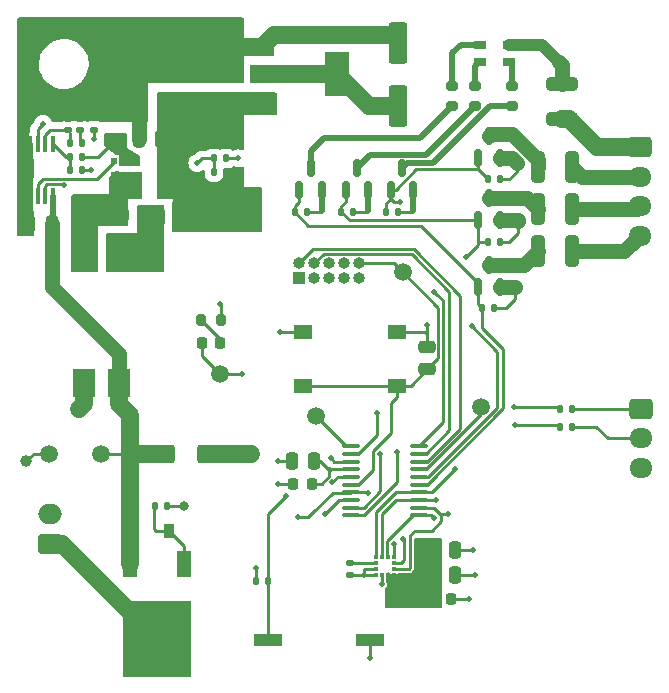
<source format=gtl>
%TF.GenerationSoftware,KiCad,Pcbnew,(6.0.1-0)*%
%TF.CreationDate,2022-04-18T21:10:32-05:00*%
%TF.ProjectId,tackle_sensor_hardware,7461636b-6c65-45f7-9365-6e736f725f68,rev?*%
%TF.SameCoordinates,Original*%
%TF.FileFunction,Copper,L1,Top*%
%TF.FilePolarity,Positive*%
%FSLAX46Y46*%
G04 Gerber Fmt 4.6, Leading zero omitted, Abs format (unit mm)*
G04 Created by KiCad (PCBNEW (6.0.1-0)) date 2022-04-18 21:10:32*
%MOMM*%
%LPD*%
G01*
G04 APERTURE LIST*
G04 Aperture macros list*
%AMRoundRect*
0 Rectangle with rounded corners*
0 $1 Rounding radius*
0 $2 $3 $4 $5 $6 $7 $8 $9 X,Y pos of 4 corners*
0 Add a 4 corners polygon primitive as box body*
4,1,4,$2,$3,$4,$5,$6,$7,$8,$9,$2,$3,0*
0 Add four circle primitives for the rounded corners*
1,1,$1+$1,$2,$3*
1,1,$1+$1,$4,$5*
1,1,$1+$1,$6,$7*
1,1,$1+$1,$8,$9*
0 Add four rect primitives between the rounded corners*
20,1,$1+$1,$2,$3,$4,$5,0*
20,1,$1+$1,$4,$5,$6,$7,0*
20,1,$1+$1,$6,$7,$8,$9,0*
20,1,$1+$1,$8,$9,$2,$3,0*%
G04 Aperture macros list end*
%TA.AperFunction,ComponentPad*%
%ADD10RoundRect,0.250000X-0.725000X0.600000X-0.725000X-0.600000X0.725000X-0.600000X0.725000X0.600000X0*%
%TD*%
%TA.AperFunction,ComponentPad*%
%ADD11O,1.950000X1.700000*%
%TD*%
%TA.AperFunction,SMDPad,CuDef*%
%ADD12RoundRect,0.100000X-0.637500X-0.100000X0.637500X-0.100000X0.637500X0.100000X-0.637500X0.100000X0*%
%TD*%
%TA.AperFunction,ComponentPad*%
%ADD13RoundRect,0.250000X0.750000X-0.600000X0.750000X0.600000X-0.750000X0.600000X-0.750000X-0.600000X0*%
%TD*%
%TA.AperFunction,ComponentPad*%
%ADD14O,2.000000X1.700000*%
%TD*%
%TA.AperFunction,SMDPad,CuDef*%
%ADD15RoundRect,0.200000X-0.200000X-0.275000X0.200000X-0.275000X0.200000X0.275000X-0.200000X0.275000X0*%
%TD*%
%TA.AperFunction,SMDPad,CuDef*%
%ADD16RoundRect,0.135000X-0.135000X-0.185000X0.135000X-0.185000X0.135000X0.185000X-0.135000X0.185000X0*%
%TD*%
%TA.AperFunction,SMDPad,CuDef*%
%ADD17RoundRect,0.150000X0.150000X-0.587500X0.150000X0.587500X-0.150000X0.587500X-0.150000X-0.587500X0*%
%TD*%
%TA.AperFunction,SMDPad,CuDef*%
%ADD18C,1.500000*%
%TD*%
%TA.AperFunction,SMDPad,CuDef*%
%ADD19RoundRect,0.135000X0.135000X0.185000X-0.135000X0.185000X-0.135000X-0.185000X0.135000X-0.185000X0*%
%TD*%
%TA.AperFunction,SMDPad,CuDef*%
%ADD20R,2.440000X1.120000*%
%TD*%
%TA.AperFunction,SMDPad,CuDef*%
%ADD21R,0.450000X1.450000*%
%TD*%
%TA.AperFunction,SMDPad,CuDef*%
%ADD22RoundRect,0.140000X0.170000X-0.140000X0.170000X0.140000X-0.170000X0.140000X-0.170000X-0.140000X0*%
%TD*%
%TA.AperFunction,SMDPad,CuDef*%
%ADD23RoundRect,0.225000X-0.225000X-0.250000X0.225000X-0.250000X0.225000X0.250000X-0.225000X0.250000X0*%
%TD*%
%TA.AperFunction,SMDPad,CuDef*%
%ADD24RoundRect,0.250000X-0.250000X-0.475000X0.250000X-0.475000X0.250000X0.475000X-0.250000X0.475000X0*%
%TD*%
%TA.AperFunction,SMDPad,CuDef*%
%ADD25R,0.500000X0.630000*%
%TD*%
%TA.AperFunction,SMDPad,CuDef*%
%ADD26R,1.230000X0.950000*%
%TD*%
%TA.AperFunction,SMDPad,CuDef*%
%ADD27RoundRect,0.200000X-0.275000X0.200000X-0.275000X-0.200000X0.275000X-0.200000X0.275000X0.200000X0*%
%TD*%
%TA.AperFunction,SMDPad,CuDef*%
%ADD28RoundRect,0.135000X0.185000X-0.135000X0.185000X0.135000X-0.185000X0.135000X-0.185000X-0.135000X0*%
%TD*%
%TA.AperFunction,SMDPad,CuDef*%
%ADD29RoundRect,0.250000X0.250000X0.475000X-0.250000X0.475000X-0.250000X-0.475000X0.250000X-0.475000X0*%
%TD*%
%TA.AperFunction,SMDPad,CuDef*%
%ADD30R,1.550000X1.300000*%
%TD*%
%TA.AperFunction,SMDPad,CuDef*%
%ADD31R,0.350000X0.375000*%
%TD*%
%TA.AperFunction,SMDPad,CuDef*%
%ADD32R,0.375000X0.350000*%
%TD*%
%TA.AperFunction,SMDPad,CuDef*%
%ADD33RoundRect,0.250000X-0.312500X-1.075000X0.312500X-1.075000X0.312500X1.075000X-0.312500X1.075000X0*%
%TD*%
%TA.AperFunction,SMDPad,CuDef*%
%ADD34RoundRect,0.225000X0.225000X0.250000X-0.225000X0.250000X-0.225000X-0.250000X0.225000X-0.250000X0*%
%TD*%
%TA.AperFunction,SMDPad,CuDef*%
%ADD35RoundRect,0.135000X-0.185000X0.135000X-0.185000X-0.135000X0.185000X-0.135000X0.185000X0.135000X0*%
%TD*%
%TA.AperFunction,SMDPad,CuDef*%
%ADD36R,1.955800X2.362200*%
%TD*%
%TA.AperFunction,SMDPad,CuDef*%
%ADD37R,1.200000X2.200000*%
%TD*%
%TA.AperFunction,SMDPad,CuDef*%
%ADD38R,5.800000X6.400000*%
%TD*%
%TA.AperFunction,SMDPad,CuDef*%
%ADD39RoundRect,0.140000X-0.140000X-0.170000X0.140000X-0.170000X0.140000X0.170000X-0.140000X0.170000X0*%
%TD*%
%TA.AperFunction,SMDPad,CuDef*%
%ADD40RoundRect,0.218750X0.218750X0.256250X-0.218750X0.256250X-0.218750X-0.256250X0.218750X-0.256250X0*%
%TD*%
%TA.AperFunction,SMDPad,CuDef*%
%ADD41RoundRect,0.250000X0.625000X-0.312500X0.625000X0.312500X-0.625000X0.312500X-0.625000X-0.312500X0*%
%TD*%
%TA.AperFunction,ComponentPad*%
%ADD42R,1.000000X1.000000*%
%TD*%
%TA.AperFunction,ComponentPad*%
%ADD43O,1.000000X1.000000*%
%TD*%
%TA.AperFunction,SMDPad,CuDef*%
%ADD44RoundRect,0.250000X0.550000X-1.500000X0.550000X1.500000X-0.550000X1.500000X-0.550000X-1.500000X0*%
%TD*%
%TA.AperFunction,SMDPad,CuDef*%
%ADD45R,2.000000X1.500000*%
%TD*%
%TA.AperFunction,SMDPad,CuDef*%
%ADD46R,2.000000X3.800000*%
%TD*%
%TA.AperFunction,SMDPad,CuDef*%
%ADD47RoundRect,0.250000X-1.500000X-0.550000X1.500000X-0.550000X1.500000X0.550000X-1.500000X0.550000X0*%
%TD*%
%TA.AperFunction,SMDPad,CuDef*%
%ADD48R,2.670000X2.540000*%
%TD*%
%TA.AperFunction,SMDPad,CuDef*%
%ADD49R,0.762000X1.270000*%
%TD*%
%TA.AperFunction,SMDPad,CuDef*%
%ADD50R,0.900000X1.200000*%
%TD*%
%TA.AperFunction,SMDPad,CuDef*%
%ADD51RoundRect,0.250000X-1.075000X0.312500X-1.075000X-0.312500X1.075000X-0.312500X1.075000X0.312500X0*%
%TD*%
%TA.AperFunction,SMDPad,CuDef*%
%ADD52RoundRect,0.250000X0.475000X-0.250000X0.475000X0.250000X-0.475000X0.250000X-0.475000X-0.250000X0*%
%TD*%
%TA.AperFunction,SMDPad,CuDef*%
%ADD53R,1.000000X0.800000*%
%TD*%
%TA.AperFunction,ViaPad*%
%ADD54C,0.500000*%
%TD*%
%TA.AperFunction,ViaPad*%
%ADD55C,0.800000*%
%TD*%
%TA.AperFunction,ViaPad*%
%ADD56C,1.000000*%
%TD*%
%TA.AperFunction,Conductor*%
%ADD57C,0.254000*%
%TD*%
%TA.AperFunction,Conductor*%
%ADD58C,1.270000*%
%TD*%
%TA.AperFunction,Conductor*%
%ADD59C,1.524000*%
%TD*%
%TA.AperFunction,Conductor*%
%ADD60C,0.508000*%
%TD*%
%TA.AperFunction,Conductor*%
%ADD61C,1.016000*%
%TD*%
G04 APERTURE END LIST*
D10*
%TO.P,J3,1,Pin_1*%
%TO.N,Net-(J3-Pad1)*%
X173990000Y-103505000D03*
D11*
%TO.P,J3,2,Pin_2*%
%TO.N,Net-(J3-Pad2)*%
X173990000Y-106005000D03*
%TO.P,J3,3,Pin_3*%
%TO.N,GND*%
X173990000Y-108505000D03*
%TD*%
D12*
%TO.P,U2,1,PB7/PB8*%
%TO.N,Net-(TP15-Pad1)*%
X149410500Y-106676000D03*
%TO.P,U2,2,PB9/PC14-OSC32_IN*%
%TO.N,TACKLE_STATUS*%
X149410500Y-107326000D03*
%TO.P,U2,3,PC15-OSC32_OUT*%
%TO.N,Net-(R9-Pad2)*%
X149410500Y-107976000D03*
%TO.P,U2,4,VDD*%
%TO.N,+3V3*%
X149410500Y-108626000D03*
%TO.P,U2,5,VSS*%
%TO.N,GND*%
X149410500Y-109276000D03*
%TO.P,U2,6,PF2-NRST*%
%TO.N,/RST*%
X149410500Y-109926000D03*
%TO.P,U2,7,PA0*%
%TO.N,/ACC_INT1*%
X149410500Y-110576000D03*
%TO.P,U2,8,PA1*%
%TO.N,/SPI1_SCK*%
X149410500Y-111226000D03*
%TO.P,U2,9,PA2*%
%TO.N,UART_TX*%
X149410500Y-111876000D03*
%TO.P,U2,10,PA3*%
%TO.N,UART_RX*%
X149410500Y-112526000D03*
%TO.P,U2,11,PA4*%
%TO.N,/SPI1_NSS*%
X155135500Y-112526000D03*
%TO.P,U2,12,PA5*%
%TO.N,/ACC_INT2*%
X155135500Y-111876000D03*
%TO.P,U2,13,PA6*%
%TO.N,/SPI1_MISO*%
X155135500Y-111226000D03*
%TO.P,U2,14,PA7*%
%TO.N,/SPI1_MOSI*%
X155135500Y-110576000D03*
%TO.P,U2,15,PB0/PB1/PB2/PA8*%
%TO.N,B_PWM*%
X155135500Y-109926000D03*
%TO.P,U2,16,PA11[PA9]*%
%TO.N,G_PWM*%
X155135500Y-109276000D03*
%TO.P,U2,17,PA12[PA10]*%
%TO.N,Net-(TP12-Pad1)*%
X155135500Y-108626000D03*
%TO.P,U2,18,PA13*%
%TO.N,/SWDIO*%
X155135500Y-107976000D03*
%TO.P,U2,19,PA15/PA14-BOOT0*%
%TO.N,/SWCLK*%
X155135500Y-107326000D03*
%TO.P,U2,20,PB3/PB4/PB5/PB6*%
%TO.N,R_PWM*%
X155135500Y-106676000D03*
%TD*%
D13*
%TO.P,J1,1,Pin_1*%
%TO.N,Net-(J1-Pad1)*%
X123935000Y-114935000D03*
D14*
%TO.P,J1,2,Pin_2*%
%TO.N,GND*%
X123935000Y-112435000D03*
%TD*%
D15*
%TO.P,R19,1*%
%TO.N,Net-(D3-Pad1)*%
X136716000Y-96012000D03*
%TO.P,R19,2*%
%TO.N,GND*%
X138366000Y-96012000D03*
%TD*%
D16*
%TO.P,R22,1*%
%TO.N,UART_TX*%
X167130000Y-103505000D03*
%TO.P,R22,2*%
%TO.N,Net-(J3-Pad1)*%
X168150000Y-103505000D03*
%TD*%
D17*
%TO.P,Q7,1,G*%
%TO.N,B_PWM*%
X145039000Y-84963000D03*
%TO.P,Q7,2,S*%
%TO.N,GND*%
X146939000Y-84963000D03*
%TO.P,Q7,3,D*%
%TO.N,Net-(Q7-Pad3)*%
X145989000Y-83088000D03*
%TD*%
D18*
%TO.P,TP1,1,1*%
%TO.N,GND*%
X123825000Y-107315000D03*
%TD*%
D19*
%TO.P,R7,1*%
%TO.N,+12V*%
X138815000Y-83439000D03*
%TO.P,R7,2*%
%TO.N,Net-(R7-Pad2)*%
X137795000Y-83439000D03*
%TD*%
D17*
%TO.P,Q3,1,G*%
%TO.N,G_PWM*%
X160152000Y-87551500D03*
%TO.P,Q3,2,S*%
%TO.N,GND*%
X162052000Y-87551500D03*
%TO.P,Q3,3,D*%
%TO.N,Net-(Q3-Pad3)*%
X161102000Y-85676500D03*
%TD*%
D16*
%TO.P,R1,1*%
%TO.N,Net-(D4-Pad2)*%
X132840000Y-111760000D03*
%TO.P,R1,2*%
%TO.N,GND*%
X133860000Y-111760000D03*
%TD*%
D20*
%TO.P,SW2,1*%
%TO.N,Net-(R9-Pad2)*%
X142380000Y-123063000D03*
%TO.P,SW2,2*%
%TO.N,GND*%
X150990000Y-123063000D03*
%TD*%
D17*
%TO.P,Q2,1,G*%
%TO.N,R_PWM*%
X160152000Y-82296000D03*
%TO.P,Q2,2,S*%
%TO.N,GND*%
X162052000Y-82296000D03*
%TO.P,Q2,3,D*%
%TO.N,Net-(Q2-Pad3)*%
X161102000Y-80421000D03*
%TD*%
D21*
%TO.P,U3,1,ISEN*%
%TO.N,Net-(C8-Pad1)*%
X124165000Y-81071000D03*
%TO.P,U3,2,COMP*%
%TO.N,Net-(C6-Pad1)*%
X123515000Y-81071000D03*
%TO.P,U3,3,FB*%
%TO.N,Net-(R7-Pad2)*%
X122865000Y-81071000D03*
%TO.P,U3,4,AGND*%
%TO.N,GND*%
X122215000Y-81071000D03*
%TO.P,U3,5,PGND*%
X122215000Y-85471000D03*
%TO.P,U3,6,DR*%
%TO.N,Net-(Q9-Pad4)*%
X122865000Y-85471000D03*
%TO.P,U3,7,FA/SYNC/SD*%
%TO.N,Net-(R4-Pad1)*%
X123515000Y-85471000D03*
%TO.P,U3,8,VIN*%
%TO.N,Net-(C4-Pad1)*%
X124165000Y-85471000D03*
%TD*%
D16*
%TO.P,R12,1*%
%TO.N,G_PWM*%
X148590000Y-86868000D03*
%TO.P,R12,2*%
%TO.N,GND*%
X149610000Y-86868000D03*
%TD*%
D22*
%TO.P,C7,1*%
%TO.N,Net-(C7-Pad1)*%
X126492000Y-79883000D03*
%TO.P,C7,2*%
%TO.N,GND*%
X126492000Y-78923000D03*
%TD*%
D10*
%TO.P,J2,1,Pin_1*%
%TO.N,Net-(F1-Pad2)*%
X173880000Y-81340000D03*
D11*
%TO.P,J2,2,Pin_2*%
%TO.N,Net-(J2-Pad2)*%
X173880000Y-83840000D03*
%TO.P,J2,3,Pin_3*%
%TO.N,Net-(J2-Pad3)*%
X173880000Y-86340000D03*
%TO.P,J2,4,Pin_4*%
%TO.N,Net-(J2-Pad4)*%
X173880000Y-88840000D03*
%TD*%
D23*
%TO.P,C3,1*%
%TO.N,+3V3*%
X156311000Y-119634000D03*
%TO.P,C3,2*%
%TO.N,GND*%
X157861000Y-119634000D03*
%TD*%
D24*
%TO.P,C2,1*%
%TO.N,+3V3*%
X156342000Y-115443000D03*
%TO.P,C2,2*%
%TO.N,GND*%
X158242000Y-115443000D03*
%TD*%
D16*
%TO.P,R3,1*%
%TO.N,Net-(C6-Pad1)*%
X125603000Y-81026000D03*
%TO.P,R3,2*%
%TO.N,Net-(C7-Pad1)*%
X126623000Y-81026000D03*
%TD*%
%TO.P,R16,1*%
%TO.N,R_PWM*%
X161032000Y-84074000D03*
%TO.P,R16,2*%
%TO.N,GND*%
X162052000Y-84074000D03*
%TD*%
D25*
%TO.P,Q9,1,S*%
%TO.N,Net-(Q9-Pad1)*%
X131272000Y-82507000D03*
%TO.P,Q9,2,S*%
X130632000Y-82507000D03*
%TO.P,Q9,3,S*%
X129972000Y-82507000D03*
%TO.P,Q9,4,G*%
%TO.N,Net-(Q9-Pad4)*%
X129332000Y-82507000D03*
%TO.P,Q9,5,D*%
%TO.N,Net-(C9-Pad2)*%
X129972000Y-85387000D03*
D26*
X129692000Y-84807000D03*
D25*
X130632000Y-85387000D03*
X131272000Y-85387000D03*
D26*
X130912000Y-83857000D03*
X130912000Y-84807000D03*
X129692000Y-83857000D03*
D25*
X129332000Y-85387000D03*
%TD*%
D17*
%TO.P,Q5,1,G*%
%TO.N,R_PWM*%
X152786000Y-84963000D03*
%TO.P,Q5,2,S*%
%TO.N,GND*%
X154686000Y-84963000D03*
%TO.P,Q5,3,D*%
%TO.N,Net-(Q5-Pad3)*%
X153736000Y-83088000D03*
%TD*%
D16*
%TO.P,R17,1*%
%TO.N,G_PWM*%
X161032000Y-89408000D03*
%TO.P,R17,2*%
%TO.N,GND*%
X162052000Y-89408000D03*
%TD*%
D27*
%TO.P,R11,1*%
%TO.N,Net-(D2-Pad1)*%
X163068000Y-76200000D03*
%TO.P,R11,2*%
%TO.N,Net-(Q5-Pad3)*%
X163068000Y-77850000D03*
%TD*%
D28*
%TO.P,R4,2*%
%TO.N,GND*%
X127635000Y-78867000D03*
%TO.P,R4,1*%
%TO.N,Net-(R4-Pad1)*%
X127635000Y-79887000D03*
%TD*%
D18*
%TO.P,TP11,1,1*%
%TO.N,+3V3*%
X138303000Y-100584000D03*
%TD*%
D29*
%TO.P,C15,1*%
%TO.N,+3V3*%
X146299000Y-107950000D03*
%TO.P,C15,2*%
%TO.N,GND*%
X144399000Y-107950000D03*
%TD*%
D30*
%TO.P,SW1,1,1*%
%TO.N,/RST*%
X153289000Y-101528000D03*
X145329000Y-101528000D03*
%TO.P,SW1,2,2*%
%TO.N,GND*%
X153289000Y-97028000D03*
X145329000Y-97028000D03*
%TD*%
D31*
%TO.P,U1,1,SCL/SPC*%
%TO.N,/SPI1_SCK*%
X153022500Y-116081500D03*
%TO.P,U1,2,~{CS}*%
%TO.N,/SPI1_NSS*%
X152522500Y-116081500D03*
%TO.P,U1,3,SA0/SDO*%
%TO.N,/SPI1_MISO*%
X152022500Y-116081500D03*
%TO.P,U1,4,SDA/SDI*%
%TO.N,/SPI1_MOSI*%
X151522500Y-116081500D03*
D32*
%TO.P,U1,5,RES*%
%TO.N,Net-(R2-Pad1)*%
X151510000Y-116594000D03*
%TO.P,U1,6,GND*%
%TO.N,GND*%
X151510000Y-117094000D03*
D31*
%TO.P,U1,7,GND*%
X151522500Y-117606500D03*
%TO.P,U1,8,GND*%
X152022500Y-117606500D03*
%TO.P,U1,9,Vdd*%
%TO.N,+3V3*%
X152522500Y-117606500D03*
%TO.P,U1,10,Vdd_IO*%
X153022500Y-117606500D03*
D32*
%TO.P,U1,11,INT2*%
%TO.N,/ACC_INT2*%
X153035000Y-117094000D03*
%TO.P,U1,12,INT1*%
%TO.N,/ACC_INT1*%
X153035000Y-116594000D03*
%TD*%
D33*
%TO.P,R18,1*%
%TO.N,Net-(Q2-Pad3)*%
X165223000Y-83058000D03*
%TO.P,R18,2*%
%TO.N,Net-(J2-Pad2)*%
X168148000Y-83058000D03*
%TD*%
D34*
%TO.P,C9,1*%
%TO.N,Net-(C9-Pad1)*%
X131699000Y-87122000D03*
%TO.P,C9,2*%
%TO.N,Net-(C9-Pad2)*%
X130149000Y-87122000D03*
%TD*%
D33*
%TO.P,R23,1*%
%TO.N,Net-(Q4-Pad3)*%
X165223000Y-90170000D03*
%TO.P,R23,2*%
%TO.N,Net-(J2-Pad4)*%
X168148000Y-90170000D03*
%TD*%
D16*
%TO.P,R21,1*%
%TO.N,TACKLE_STATUS*%
X167130000Y-105029000D03*
%TO.P,R21,2*%
%TO.N,Net-(J3-Pad2)*%
X168150000Y-105029000D03*
%TD*%
D24*
%TO.P,C11,1*%
%TO.N,+3V3*%
X156342000Y-117602000D03*
%TO.P,C11,2*%
%TO.N,GND*%
X158242000Y-117602000D03*
%TD*%
D16*
%TO.P,R9,1*%
%TO.N,+3V3*%
X141351000Y-118110000D03*
%TO.P,R9,2*%
%TO.N,Net-(R9-Pad2)*%
X142371000Y-118110000D03*
%TD*%
D35*
%TO.P,R2,1*%
%TO.N,Net-(R2-Pad1)*%
X149352000Y-116582000D03*
%TO.P,R2,2*%
%TO.N,GND*%
X149352000Y-117602000D03*
%TD*%
D36*
%TO.P,T1,1,AA*%
%TO.N,Net-(C9-Pad1)*%
X129770000Y-90690700D03*
%TO.P,T1,2,AB*%
%TO.N,Net-(C9-Pad2)*%
X126770000Y-90690700D03*
%TO.P,T1,3,SA*%
%TO.N,GND*%
X126770000Y-101333300D03*
%TO.P,T1,4,SB*%
%TO.N,Net-(C4-Pad1)*%
X129770000Y-101333300D03*
%TD*%
D16*
%TO.P,R24,1*%
%TO.N,B_PWM*%
X160524000Y-94996000D03*
%TO.P,R24,2*%
%TO.N,GND*%
X161544000Y-94996000D03*
%TD*%
%TO.P,R8,1*%
%TO.N,Net-(R7-Pad2)*%
X137795000Y-82296000D03*
%TO.P,R8,2*%
%TO.N,GND*%
X138815000Y-82296000D03*
%TD*%
%TO.P,R14,1*%
%TO.N,B_PWM*%
X144653000Y-86868000D03*
%TO.P,R14,2*%
%TO.N,GND*%
X145673000Y-86868000D03*
%TD*%
%TO.P,R5,1*%
%TO.N,Net-(C8-Pad1)*%
X125599000Y-82169000D03*
%TO.P,R5,2*%
%TO.N,Net-(Q9-Pad1)*%
X126619000Y-82169000D03*
%TD*%
D37*
%TO.P,Q1,1,G*%
%TO.N,Net-(D4-Pad2)*%
X135250000Y-116660000D03*
D38*
%TO.P,Q1,2,D*%
%TO.N,Net-(J1-Pad1)*%
X132970000Y-122960000D03*
D37*
%TO.P,Q1,3,S*%
%TO.N,Net-(C4-Pad1)*%
X130690000Y-116660000D03*
%TD*%
D22*
%TO.P,C6,1*%
%TO.N,Net-(C6-Pad1)*%
X125476000Y-79883000D03*
%TO.P,C6,2*%
%TO.N,GND*%
X125476000Y-78923000D03*
%TD*%
D34*
%TO.P,C16,1*%
%TO.N,+3V3*%
X146063000Y-109855000D03*
%TO.P,C16,2*%
%TO.N,GND*%
X144513000Y-109855000D03*
%TD*%
D27*
%TO.P,R13,1*%
%TO.N,Net-(D2-Pad4)*%
X159893000Y-76200000D03*
%TO.P,R13,2*%
%TO.N,Net-(Q6-Pad3)*%
X159893000Y-77850000D03*
%TD*%
D39*
%TO.P,C8,1*%
%TO.N,Net-(C8-Pad1)*%
X125631000Y-83312000D03*
%TO.P,C8,2*%
%TO.N,GND*%
X126591000Y-83312000D03*
%TD*%
D33*
%TO.P,R20,1*%
%TO.N,Net-(Q3-Pad3)*%
X165223000Y-86614000D03*
%TO.P,R20,2*%
%TO.N,Net-(J2-Pad3)*%
X168148000Y-86614000D03*
%TD*%
D40*
%TO.P,D3,1,K*%
%TO.N,Net-(D3-Pad1)*%
X138328500Y-97917000D03*
%TO.P,D3,2,A*%
%TO.N,+3V3*%
X136753500Y-97917000D03*
%TD*%
D41*
%TO.P,R6,1*%
%TO.N,Net-(Q9-Pad1)*%
X129413000Y-80772000D03*
%TO.P,R6,2*%
%TO.N,GND*%
X129413000Y-77847000D03*
%TD*%
D29*
%TO.P,C5,1*%
%TO.N,Net-(C4-Pad1)*%
X124079000Y-87884000D03*
%TO.P,C5,2*%
%TO.N,GND*%
X122179000Y-87884000D03*
%TD*%
D42*
%TO.P,J4,1,VTref*%
%TO.N,+3V3*%
X145034000Y-92456000D03*
D43*
%TO.P,J4,2,SWDIO/TMS*%
%TO.N,/SWDIO*%
X145034000Y-91186000D03*
%TO.P,J4,3,GND*%
%TO.N,GND*%
X146304000Y-92456000D03*
%TO.P,J4,4,SWDCLK/TCK*%
%TO.N,/SWCLK*%
X146304000Y-91186000D03*
%TO.P,J4,5,GND*%
%TO.N,GND*%
X147574000Y-92456000D03*
%TO.P,J4,6,SWO/TDO*%
%TO.N,unconnected-(J4-Pad6)*%
X147574000Y-91186000D03*
%TO.P,J4,7,KEY*%
%TO.N,unconnected-(J4-Pad7)*%
X148844000Y-92456000D03*
%TO.P,J4,8,NC/TDI*%
%TO.N,unconnected-(J4-Pad8)*%
X148844000Y-91186000D03*
%TO.P,J4,9,GNDDetect*%
%TO.N,GND*%
X150114000Y-92456000D03*
%TO.P,J4,10,~{RESET}*%
%TO.N,/RST*%
X150114000Y-91186000D03*
%TD*%
D44*
%TO.P,C10,1*%
%TO.N,+12V*%
X136525000Y-78740000D03*
%TO.P,C10,2*%
%TO.N,GND*%
X136525000Y-73140000D03*
%TD*%
D45*
%TO.P,U4,1,GND*%
%TO.N,GND*%
X141884000Y-72884000D03*
%TO.P,U4,2,VO*%
%TO.N,+3V3*%
X141884000Y-75184000D03*
D46*
X148184000Y-75184000D03*
D45*
%TO.P,U4,3,VI*%
%TO.N,+12V*%
X141884000Y-77484000D03*
%TD*%
D17*
%TO.P,Q6,1,G*%
%TO.N,G_PWM*%
X148976000Y-84963000D03*
%TO.P,Q6,2,S*%
%TO.N,GND*%
X150876000Y-84963000D03*
%TO.P,Q6,3,D*%
%TO.N,Net-(Q6-Pad3)*%
X149926000Y-83088000D03*
%TD*%
D29*
%TO.P,C12,1*%
%TO.N,+12V*%
X133350000Y-80645000D03*
%TO.P,C12,2*%
%TO.N,GND*%
X131450000Y-80645000D03*
%TD*%
D44*
%TO.P,C13,1*%
%TO.N,+3V3*%
X153416000Y-77884000D03*
%TO.P,C13,2*%
%TO.N,GND*%
X153416000Y-72484000D03*
%TD*%
D18*
%TO.P,TP2,1,1*%
%TO.N,/RST*%
X153797000Y-91948000D03*
%TD*%
%TO.P,TP10,1,1*%
%TO.N,+12V*%
X140081000Y-85852000D03*
%TD*%
D47*
%TO.P,C4,1*%
%TO.N,Net-(C4-Pad1)*%
X132715000Y-107315000D03*
%TO.P,C4,2*%
%TO.N,GND*%
X138115000Y-107315000D03*
%TD*%
D48*
%TO.P,D1,1,K*%
%TO.N,+12V*%
X135636000Y-87249000D03*
D49*
%TO.P,D1,2,A*%
%TO.N,Net-(C9-Pad1)*%
X133285000Y-87249000D03*
%TD*%
D16*
%TO.P,R10,1*%
%TO.N,R_PWM*%
X152400000Y-86868000D03*
%TO.P,R10,2*%
%TO.N,GND*%
X153420000Y-86868000D03*
%TD*%
D18*
%TO.P,TP3,1,1*%
%TO.N,Net-(C4-Pad1)*%
X128270000Y-107315000D03*
%TD*%
D50*
%TO.P,D4,1,K*%
%TO.N,Net-(C4-Pad1)*%
X130685000Y-113875000D03*
%TO.P,D4,2,A*%
%TO.N,Net-(D4-Pad2)*%
X133985000Y-113875000D03*
%TD*%
D27*
%TO.P,R15,1*%
%TO.N,Net-(D2-Pad3)*%
X157988000Y-76201000D03*
%TO.P,R15,2*%
%TO.N,Net-(Q7-Pad3)*%
X157988000Y-77851000D03*
%TD*%
D51*
%TO.P,F1,1*%
%TO.N,+12V*%
X167259000Y-76007500D03*
%TO.P,F1,2*%
%TO.N,Net-(F1-Pad2)*%
X167259000Y-78932500D03*
%TD*%
D17*
%TO.P,Q4,1,G*%
%TO.N,B_PWM*%
X160152000Y-93218000D03*
%TO.P,Q4,2,S*%
%TO.N,GND*%
X162052000Y-93218000D03*
%TO.P,Q4,3,D*%
%TO.N,Net-(Q4-Pad3)*%
X161102000Y-91343000D03*
%TD*%
D18*
%TO.P,TP15,1,1*%
%TO.N,Net-(TP15-Pad1)*%
X146431000Y-104140000D03*
%TD*%
D52*
%TO.P,C1,1*%
%TO.N,/RST*%
X155829000Y-100137000D03*
%TO.P,C1,2*%
%TO.N,GND*%
X155829000Y-98237000D03*
%TD*%
D53*
%TO.P,D2,1,A*%
%TO.N,Net-(D2-Pad1)*%
X162794000Y-74106000D03*
%TO.P,D2,2,RK*%
%TO.N,+12V*%
X162794000Y-72706000D03*
%TO.P,D2,3,GK*%
%TO.N,Net-(D2-Pad3)*%
X160294000Y-72706000D03*
%TO.P,D2,4,BK*%
%TO.N,Net-(D2-Pad4)*%
X160294000Y-74106000D03*
%TD*%
D18*
%TO.P,TP12,1,1*%
%TO.N,Net-(TP12-Pad1)*%
X160401000Y-103378000D03*
%TD*%
D54*
%TO.N,GND*%
X126492000Y-78105000D03*
X127508000Y-78105000D03*
X125476000Y-78105000D03*
X130048000Y-76327000D03*
X131064000Y-76327000D03*
X131064000Y-75438000D03*
X132080000Y-75438000D03*
X130048000Y-75438000D03*
X131064000Y-74549000D03*
X130048000Y-74549000D03*
X132080000Y-74549000D03*
X136525000Y-70739000D03*
X137541000Y-70739000D03*
X135509000Y-70739000D03*
D55*
X135255000Y-111760000D03*
X163322000Y-93218000D03*
D54*
X143383000Y-97028000D03*
X131064000Y-73660000D03*
X132080000Y-73660000D03*
X151003000Y-124587000D03*
X159893000Y-117602000D03*
X150495000Y-117602000D03*
X152019000Y-118364000D03*
X155829000Y-96393000D03*
X139827000Y-82296000D03*
D55*
X163576000Y-87630000D03*
D54*
X159766000Y-115443000D03*
D56*
X140970000Y-107315000D03*
D54*
X130048000Y-71628000D03*
X131064000Y-71628000D03*
X150876000Y-86741000D03*
X154686000Y-86741000D03*
X147828000Y-109728000D03*
X132080000Y-72644000D03*
X159385000Y-119634000D03*
X143256000Y-109855000D03*
X132080000Y-71628000D03*
X130048000Y-72644000D03*
X143256000Y-107950000D03*
X138303000Y-94615000D03*
D55*
X163425892Y-82700108D03*
D54*
X131064000Y-72644000D03*
X146939000Y-86741000D03*
X127381000Y-83312000D03*
D56*
X126365000Y-103505000D03*
X121920000Y-107950000D03*
D54*
X130048000Y-73660000D03*
%TO.N,+3V3*%
X147637500Y-108648500D03*
X146558000Y-75184000D03*
X145288000Y-75184000D03*
X144018000Y-75184000D03*
X141351000Y-116967000D03*
X155067000Y-119634000D03*
X140208000Y-100584000D03*
X155067000Y-117602000D03*
X155067000Y-115443000D03*
%TO.N,Net-(R7-Pad2)*%
X123317000Y-79375000D03*
X136398000Y-82677000D03*
%TO.N,Net-(R4-Pad1)*%
X125095000Y-84582000D03*
X127635000Y-80645000D03*
D56*
%TO.N,+12V*%
X139065000Y-80772000D03*
X167005000Y-74168000D03*
D54*
%TO.N,R_PWM*%
X153543000Y-85979000D03*
X156464000Y-93599000D03*
%TO.N,G_PWM*%
X159131000Y-90678000D03*
X159639000Y-96520000D03*
%TO.N,TACKLE_STATUS*%
X163322000Y-104902000D03*
X151638000Y-103886000D03*
%TO.N,UART_TX*%
X151892000Y-107315000D03*
X163195000Y-103378000D03*
%TO.N,/SPI1_SCK*%
X153035000Y-114935000D03*
X147193000Y-112395000D03*
%TO.N,/SPI1_NSS*%
X156464000Y-112776000D03*
%TO.N,/SPI1_MISO*%
X156591000Y-111252000D03*
%TO.N,/SPI1_MOSI*%
X158242000Y-108585000D03*
%TO.N,/ACC_INT2*%
X157607000Y-112395000D03*
%TO.N,/ACC_INT1*%
X150876000Y-110617000D03*
X153797000Y-114554000D03*
X144907000Y-112649000D03*
%TO.N,UART_RX*%
X153289000Y-107188000D03*
%TO.N,Net-(R9-Pad2)*%
X147701000Y-107696000D03*
X143891000Y-110871000D03*
%TD*%
D57*
%TO.N,G_PWM*%
X160152000Y-88778000D02*
X160152000Y-89403000D01*
X160152000Y-89403000D02*
X160152000Y-89657000D01*
X161032000Y-89408000D02*
X160157000Y-89408000D01*
X160157000Y-89408000D02*
X160152000Y-89403000D01*
%TO.N,B_PWM*%
X160524000Y-94996000D02*
X160524000Y-96643000D01*
X162306000Y-98425000D02*
X162306000Y-103430304D01*
X160524000Y-96643000D02*
X162306000Y-98425000D01*
X162306000Y-103430304D02*
X155810304Y-109926000D01*
X155810304Y-109926000D02*
X155135500Y-109926000D01*
%TO.N,GND*%
X133860000Y-111760000D02*
X135255000Y-111760000D01*
D58*
X131450000Y-78110000D02*
X131187000Y-77847000D01*
D59*
X126770000Y-103100000D02*
X126365000Y-103505000D01*
D60*
X146939000Y-84963000D02*
X146939000Y-86741000D01*
D57*
X154559000Y-86868000D02*
X154686000Y-86741000D01*
X146812000Y-86868000D02*
X146939000Y-86741000D01*
D58*
X162052000Y-93218000D02*
X163322000Y-93218000D01*
X162052000Y-87551500D02*
X163497500Y-87551500D01*
D57*
X123825000Y-107315000D02*
X122555000Y-107315000D01*
X158242000Y-115443000D02*
X159766000Y-115443000D01*
X138366000Y-96012000D02*
X138366000Y-94678000D01*
D60*
X122215000Y-85471000D02*
X122215000Y-81071000D01*
D58*
X131450000Y-78110000D02*
X131450000Y-80645000D01*
D57*
X150499500Y-117606500D02*
X150495000Y-117602000D01*
X138366000Y-94678000D02*
X138303000Y-94615000D01*
D60*
X122215000Y-87848000D02*
X122179000Y-87884000D01*
X154686000Y-84963000D02*
X154686000Y-86741000D01*
D57*
X158242000Y-117602000D02*
X159893000Y-117602000D01*
X163322000Y-94234000D02*
X163322000Y-93218000D01*
D59*
X152908000Y-71882000D02*
X142886000Y-71882000D01*
D58*
X163021784Y-82296000D02*
X163425892Y-82700108D01*
D59*
X153254489Y-72228489D02*
X152908000Y-71882000D01*
D57*
X145673000Y-86868000D02*
X146812000Y-86868000D01*
X151522500Y-117606500D02*
X150499500Y-117606500D01*
X122555000Y-107315000D02*
X121920000Y-107950000D01*
X155702000Y-97028000D02*
X155829000Y-97155000D01*
X161544000Y-94996000D02*
X162560000Y-94996000D01*
D59*
X153416000Y-72484000D02*
X153254489Y-72322489D01*
D57*
X155829000Y-97155000D02*
X155829000Y-98237000D01*
X126591000Y-83312000D02*
X127381000Y-83312000D01*
X144513000Y-109855000D02*
X143256000Y-109855000D01*
X152019000Y-118237000D02*
X152019000Y-118364000D01*
X155829000Y-98237000D02*
X155829000Y-96393000D01*
X162814000Y-84074000D02*
X163425892Y-83462108D01*
D58*
X162052000Y-82296000D02*
X163021784Y-82296000D01*
D57*
X138938000Y-82296000D02*
X139827000Y-82296000D01*
D60*
X150876000Y-84963000D02*
X150876000Y-86741000D01*
X122215000Y-85471000D02*
X122215000Y-87848000D01*
D57*
X152022500Y-117606500D02*
X152022500Y-118233500D01*
D59*
X126770000Y-101206300D02*
X126770000Y-103100000D01*
D57*
X150990000Y-123063000D02*
X150990000Y-124574000D01*
X162052000Y-84074000D02*
X162814000Y-84074000D01*
X145329000Y-97028000D02*
X143383000Y-97028000D01*
X162814000Y-89408000D02*
X163576000Y-88646000D01*
D59*
X142886000Y-71882000D02*
X141884000Y-72884000D01*
D57*
X163576000Y-88646000D02*
X163576000Y-87630000D01*
X150990000Y-124574000D02*
X151003000Y-124587000D01*
X149610000Y-86868000D02*
X150749000Y-86868000D01*
X162052000Y-89408000D02*
X162814000Y-89408000D01*
D59*
X141884000Y-72884000D02*
X136781000Y-72884000D01*
D58*
X163497500Y-87551500D02*
X163576000Y-87630000D01*
D57*
X150495000Y-117094000D02*
X150495000Y-117602000D01*
X149352000Y-117602000D02*
X150495000Y-117602000D01*
X157861000Y-119634000D02*
X159385000Y-119634000D01*
X153289000Y-97028000D02*
X155702000Y-97028000D01*
X150749000Y-86868000D02*
X150876000Y-86741000D01*
D59*
X138115000Y-107315000D02*
X140970000Y-107315000D01*
D57*
X163425892Y-83462108D02*
X163425892Y-82700108D01*
X152022500Y-118233500D02*
X152019000Y-118237000D01*
D59*
X153254489Y-72322489D02*
X153254489Y-72228489D01*
D57*
X148280000Y-109276000D02*
X147828000Y-109728000D01*
X162560000Y-94996000D02*
X163322000Y-94234000D01*
X153420000Y-86868000D02*
X154559000Y-86868000D01*
D58*
X131187000Y-77847000D02*
X129413000Y-77847000D01*
D57*
X149410500Y-109276000D02*
X148280000Y-109276000D01*
X151510000Y-117094000D02*
X150495000Y-117094000D01*
D59*
X136781000Y-72884000D02*
X136525000Y-73140000D01*
D57*
X144399000Y-107950000D02*
X143256000Y-107950000D01*
D59*
%TO.N,Net-(F1-Pad2)*%
X170240000Y-81340000D02*
X173880000Y-81340000D01*
X167832500Y-78932500D02*
X170240000Y-81340000D01*
X167259000Y-78932500D02*
X167832500Y-78932500D01*
D58*
%TO.N,Net-(J2-Pad2)*%
X173880000Y-83840000D02*
X168930000Y-83840000D01*
X168930000Y-83840000D02*
X168148000Y-83058000D01*
D57*
%TO.N,Net-(D4-Pad2)*%
X132715000Y-113665000D02*
X132715000Y-111885000D01*
X135250000Y-115140000D02*
X133985000Y-113875000D01*
X132925000Y-113875000D02*
X132715000Y-113665000D01*
X135250000Y-116660000D02*
X135250000Y-115140000D01*
X132715000Y-111885000D02*
X132840000Y-111760000D01*
X133985000Y-113875000D02*
X132925000Y-113875000D01*
D58*
%TO.N,Net-(J2-Pad3)*%
X173606000Y-86614000D02*
X173880000Y-86340000D01*
X168148000Y-86614000D02*
X173606000Y-86614000D01*
%TO.N,Net-(J2-Pad4)*%
X172550000Y-90170000D02*
X173880000Y-88840000D01*
X168148000Y-90170000D02*
X172550000Y-90170000D01*
D59*
%TO.N,+3V3*%
X145288000Y-75184000D02*
X146304000Y-75184000D01*
X150884000Y-77884000D02*
X148184000Y-75184000D01*
D57*
X155067000Y-117602000D02*
X156342000Y-117602000D01*
X154178000Y-119634000D02*
X155067000Y-119634000D01*
X147660000Y-108626000D02*
X147637500Y-108648500D01*
X141351000Y-118110000D02*
X141351000Y-116967000D01*
X155067000Y-119634000D02*
X156311000Y-119634000D01*
X146812000Y-107950000D02*
X147574000Y-108712000D01*
X149410500Y-108626000D02*
X147660000Y-108626000D01*
X138303000Y-100584000D02*
X140208000Y-100584000D01*
X146299000Y-107950000D02*
X146812000Y-107950000D01*
X155062500Y-117606500D02*
X155067000Y-117602000D01*
D59*
X153416000Y-77884000D02*
X150884000Y-77884000D01*
X146304000Y-75184000D02*
X146558000Y-75184000D01*
D57*
X147574000Y-109194988D02*
X147574000Y-108712000D01*
D59*
X144018000Y-75184000D02*
X145288000Y-75184000D01*
D57*
X138303000Y-100584000D02*
X136753500Y-99034500D01*
X155067000Y-115443000D02*
X156342000Y-115443000D01*
X146063000Y-109855000D02*
X146913988Y-109855000D01*
X136753500Y-99034500D02*
X136753500Y-97917000D01*
X147637500Y-108648500D02*
X147574000Y-108712000D01*
D59*
X146558000Y-75184000D02*
X148184000Y-75184000D01*
D57*
X152522500Y-117978500D02*
X154178000Y-119634000D01*
X146913988Y-109855000D02*
X147574000Y-109194988D01*
X152522500Y-117606500D02*
X152522500Y-117978500D01*
X153022500Y-117606500D02*
X155062500Y-117606500D01*
D59*
X141884000Y-75184000D02*
X144018000Y-75184000D01*
D57*
%TO.N,Net-(R2-Pad1)*%
X151510000Y-116594000D02*
X151453499Y-116537499D01*
X149396501Y-116537499D02*
X149352000Y-116582000D01*
X151453499Y-116537499D02*
X149396501Y-116537499D01*
D59*
%TO.N,Net-(J1-Pad1)*%
X123935000Y-114935000D02*
X124945000Y-114935000D01*
X124945000Y-114935000D02*
X132970000Y-122960000D01*
D57*
%TO.N,/SWDIO*%
X158622022Y-105188806D02*
X155834828Y-107976000D01*
X146216032Y-90003968D02*
X154707214Y-90003968D01*
X154707214Y-90003968D02*
X158622022Y-93918776D01*
X155834828Y-107976000D02*
X155135500Y-107976000D01*
X158622022Y-93918776D02*
X158622022Y-105188806D01*
X145034000Y-91186000D02*
X146216032Y-90003968D01*
%TO.N,Net-(C8-Pad1)*%
X125599000Y-82169000D02*
X125263000Y-82169000D01*
X125599000Y-82169000D02*
X125599000Y-83280000D01*
X125599000Y-83280000D02*
X125631000Y-83312000D01*
X125263000Y-82169000D02*
X124165000Y-81071000D01*
%TO.N,Net-(C6-Pad1)*%
X123515000Y-81071000D02*
X123515000Y-80320000D01*
X123515000Y-80320000D02*
X123952000Y-79883000D01*
X125603000Y-81026000D02*
X125603000Y-80137000D01*
X123952000Y-79883000D02*
X125476000Y-79883000D01*
%TO.N,Net-(R7-Pad2)*%
X122865000Y-81071000D02*
X122865000Y-79827000D01*
X136779000Y-82296000D02*
X137795000Y-82296000D01*
X122865000Y-79827000D02*
X123317000Y-79375000D01*
X136398000Y-82677000D02*
X136779000Y-82296000D01*
X137795000Y-83439000D02*
X137795000Y-82296000D01*
%TO.N,Net-(R4-Pad1)*%
X123686489Y-84492489D02*
X125005489Y-84492489D01*
X123515000Y-85471000D02*
X123515000Y-84663978D01*
X125005489Y-84492489D02*
X125095000Y-84582000D01*
X127635000Y-80645000D02*
X127635000Y-79887000D01*
X123515000Y-84663978D02*
X123686489Y-84492489D01*
D58*
%TO.N,+12V*%
X167259000Y-76007500D02*
X167259000Y-74422000D01*
D57*
X138815000Y-83439000D02*
X140081000Y-84705000D01*
D59*
X137781000Y-77484000D02*
X136525000Y-78740000D01*
D58*
X167259000Y-74422000D02*
X167005000Y-74168000D01*
D61*
X162794000Y-72706000D02*
X165543000Y-72706000D01*
X165543000Y-72706000D02*
X167005000Y-74168000D01*
D57*
X140081000Y-84705000D02*
X140081000Y-85852000D01*
D59*
X141884000Y-77484000D02*
X137781000Y-77484000D01*
D57*
%TO.N,/SWCLK*%
X147105521Y-90384479D02*
X146304000Y-91186000D01*
X154549602Y-90384479D02*
X147105521Y-90384479D01*
X157733511Y-105315441D02*
X157733511Y-93568388D01*
X155722952Y-107326000D02*
X157733511Y-105315441D01*
X155135500Y-107326000D02*
X155722952Y-107326000D01*
X157733511Y-93568388D02*
X154549602Y-90384479D01*
%TO.N,R_PWM*%
X160152000Y-83190000D02*
X160152000Y-82296000D01*
X161032000Y-84074000D02*
X161032000Y-84070000D01*
X152400000Y-86106000D02*
X152400000Y-86868000D01*
X155135500Y-106676000D02*
X157188031Y-104623469D01*
X156718000Y-93853000D02*
X156464000Y-93599000D01*
X152786000Y-85720000D02*
X152400000Y-86106000D01*
X153543000Y-85979000D02*
X153045000Y-85979000D01*
X157188031Y-94323031D02*
X156718000Y-93853000D01*
X161032000Y-84070000D02*
X160152000Y-83190000D01*
X152786000Y-84963000D02*
X152786000Y-85720000D01*
X160152000Y-83190000D02*
X154942163Y-83190000D01*
X157188031Y-104623469D02*
X157188031Y-94323031D01*
X154942163Y-83190000D02*
X153169163Y-84963000D01*
X153045000Y-85979000D02*
X152786000Y-85720000D01*
X153169163Y-84963000D02*
X152786000Y-84963000D01*
%TO.N,G_PWM*%
X148976000Y-84963000D02*
X148976000Y-85974000D01*
X149273500Y-87551500D02*
X148590000Y-86868000D01*
X161798000Y-98679000D02*
X161798000Y-103400180D01*
X160152000Y-89657000D02*
X159131000Y-90678000D01*
X159639000Y-96520000D02*
X161798000Y-98679000D01*
X155922180Y-109276000D02*
X161798000Y-103400180D01*
X161032000Y-89408000D02*
X160782000Y-89408000D01*
X160152000Y-87551500D02*
X149273500Y-87551500D01*
X148976000Y-85974000D02*
X148590000Y-86360000D01*
X155135500Y-109276000D02*
X155922180Y-109276000D01*
X148590000Y-86360000D02*
X148590000Y-86868000D01*
X160152000Y-88778000D02*
X160152000Y-87551500D01*
%TO.N,B_PWM*%
X160152000Y-94620000D02*
X160152000Y-93218000D01*
X145039000Y-84963000D02*
X145039000Y-85974000D01*
X144653000Y-86360000D02*
X144653000Y-86868000D01*
X160152000Y-92842000D02*
X155321000Y-88011000D01*
X145039000Y-85974000D02*
X144653000Y-86360000D01*
X160524000Y-94992000D02*
X160152000Y-94620000D01*
X145796000Y-88011000D02*
X144653000Y-86868000D01*
X160152000Y-93218000D02*
X160152000Y-92842000D01*
X155321000Y-88011000D02*
X145796000Y-88011000D01*
X160524000Y-94996000D02*
X160524000Y-94992000D01*
%TO.N,Net-(C7-Pad1)*%
X126492000Y-79883000D02*
X126492000Y-80895000D01*
X126492000Y-80895000D02*
X126623000Y-81026000D01*
%TO.N,TACKLE_STATUS*%
X167003000Y-104902000D02*
X167130000Y-105029000D01*
X163322000Y-104902000D02*
X167003000Y-104902000D01*
X149410500Y-107326000D02*
X149997952Y-107326000D01*
X151638000Y-105685952D02*
X151638000Y-103886000D01*
X149997952Y-107326000D02*
X151638000Y-105685952D01*
%TO.N,Net-(J3-Pad1)*%
X168150000Y-103505000D02*
X173990000Y-103505000D01*
%TO.N,/RST*%
X156807520Y-94958520D02*
X153797000Y-91948000D01*
X153035000Y-91186000D02*
X150114000Y-91186000D01*
X145329000Y-101528000D02*
X153289000Y-101528000D01*
X153289000Y-102489000D02*
X153289000Y-101528000D01*
X152781000Y-105537000D02*
X152781000Y-102997000D01*
X153797000Y-91948000D02*
X153035000Y-91186000D01*
X154438000Y-101528000D02*
X155829000Y-100137000D01*
X155829000Y-100137000D02*
X156807520Y-99158480D01*
X149410500Y-109926000D02*
X149997952Y-109926000D01*
X152781000Y-102997000D02*
X153289000Y-102489000D01*
X151257000Y-108666952D02*
X151257000Y-107061000D01*
X149997952Y-109926000D02*
X151257000Y-108666952D01*
X151257000Y-107061000D02*
X152781000Y-105537000D01*
X156807520Y-99158480D02*
X156807520Y-94958520D01*
X153289000Y-101528000D02*
X154438000Y-101528000D01*
D60*
%TO.N,Net-(D2-Pad1)*%
X163068000Y-76200000D02*
X163068000Y-74380000D01*
X163068000Y-74380000D02*
X162794000Y-74106000D01*
%TO.N,Net-(D2-Pad3)*%
X157988000Y-73406000D02*
X158688000Y-72706000D01*
X157988000Y-76201000D02*
X157988000Y-73406000D01*
X158688000Y-72706000D02*
X160294000Y-72706000D01*
%TO.N,Net-(D2-Pad4)*%
X159893000Y-74507000D02*
X160294000Y-74106000D01*
X159893000Y-76200000D02*
X159893000Y-74507000D01*
%TO.N,Net-(Q5-Pad3)*%
X163068000Y-77850000D02*
X161188979Y-77850000D01*
X154141511Y-82682489D02*
X153736000Y-83088000D01*
X156356490Y-82682489D02*
X154141511Y-82682489D01*
X161188979Y-77850000D02*
X156356490Y-82682489D01*
%TO.N,Net-(Q6-Pad3)*%
X151044020Y-81969980D02*
X155773020Y-81969980D01*
X149926000Y-83088000D02*
X151044020Y-81969980D01*
X155773020Y-81969980D02*
X159893000Y-77850000D01*
%TO.N,Net-(Q7-Pad3)*%
X147107020Y-80572980D02*
X145989000Y-81691000D01*
X145989000Y-81691000D02*
X145989000Y-83088000D01*
X155266020Y-80572980D02*
X147107020Y-80572980D01*
X157988000Y-77851000D02*
X155266020Y-80572980D01*
D57*
%TO.N,Net-(D3-Pad1)*%
X138328500Y-97917000D02*
X138328500Y-97624500D01*
X138328500Y-97624500D02*
X136716000Y-96012000D01*
%TO.N,Net-(J3-Pad2)*%
X168150000Y-105029000D02*
X170180000Y-105029000D01*
X170180000Y-105029000D02*
X171156000Y-106005000D01*
X171156000Y-106005000D02*
X173990000Y-106005000D01*
D58*
%TO.N,Net-(Q2-Pad3)*%
X165223000Y-83058000D02*
X165223000Y-82419000D01*
X161259000Y-80264000D02*
X161102000Y-80421000D01*
X165223000Y-82419000D02*
X163068000Y-80264000D01*
X163068000Y-80264000D02*
X161259000Y-80264000D01*
%TO.N,Net-(Q3-Pad3)*%
X165223000Y-86614000D02*
X164285500Y-85676500D01*
X164285500Y-85676500D02*
X161102000Y-85676500D01*
%TO.N,Net-(Q4-Pad3)*%
X165223000Y-90170000D02*
X164050000Y-91343000D01*
X164050000Y-91343000D02*
X161102000Y-91343000D01*
D57*
%TO.N,UART_TX*%
X150506000Y-111876000D02*
X151892000Y-110490000D01*
X163195000Y-103378000D02*
X167003000Y-103378000D01*
X149410500Y-111876000D02*
X150506000Y-111876000D01*
X151892000Y-110490000D02*
X151892000Y-107315000D01*
X167003000Y-103378000D02*
X167130000Y-103505000D01*
D60*
%TO.N,Net-(C9-Pad2)*%
X127355000Y-89978700D02*
X126770000Y-90563700D01*
D57*
%TO.N,Net-(Q9-Pad1)*%
X128016000Y-82169000D02*
X129413000Y-80772000D01*
D60*
X129413000Y-80772000D02*
X129537000Y-80772000D01*
D57*
X126619000Y-82169000D02*
X128016000Y-82169000D01*
X126492000Y-82044000D02*
X126490000Y-82042000D01*
D60*
X129362000Y-80823000D02*
X129413000Y-80772000D01*
D57*
%TO.N,/SPI1_SCK*%
X153022500Y-114947500D02*
X153035000Y-114935000D01*
X153022500Y-116081500D02*
X153022500Y-114947500D01*
X148362000Y-111226000D02*
X147193000Y-112395000D01*
X149410500Y-111226000D02*
X148362000Y-111226000D01*
%TO.N,/SPI1_NSS*%
X152478499Y-116037499D02*
X152522500Y-116081500D01*
X155135500Y-112526000D02*
X154656988Y-112526000D01*
X152478499Y-114704489D02*
X152478499Y-116037499D01*
X154656988Y-112526000D02*
X152478499Y-114704489D01*
X155135500Y-112526000D02*
X156214000Y-112526000D01*
X156214000Y-112526000D02*
X156464000Y-112776000D01*
%TO.N,/SPI1_MISO*%
X153188000Y-111226000D02*
X152022500Y-112391500D01*
X155135500Y-111226000D02*
X156565000Y-111226000D01*
X152022500Y-112391500D02*
X152022500Y-116081500D01*
X156565000Y-111226000D02*
X156591000Y-111252000D01*
X155135500Y-111226000D02*
X153188000Y-111226000D01*
%TO.N,/SPI1_MOSI*%
X155135500Y-110576000D02*
X153203000Y-110576000D01*
X156251000Y-110576000D02*
X158242000Y-108585000D01*
X155135500Y-110576000D02*
X156251000Y-110576000D01*
X153203000Y-110576000D02*
X151522500Y-112256500D01*
X151522500Y-112256500D02*
X151522500Y-116081500D01*
%TO.N,/ACC_INT2*%
X156972000Y-112395000D02*
X157607000Y-112395000D01*
X155722952Y-111876000D02*
X155733952Y-111887000D01*
X157020501Y-112545489D02*
X157020501Y-113006511D01*
X156972000Y-112496988D02*
X157020501Y-112545489D01*
X156222506Y-113804506D02*
X154800494Y-113804506D01*
X154432000Y-116967000D02*
X154305000Y-117094000D01*
X156453000Y-111876000D02*
X155135500Y-111876000D01*
X154305000Y-117094000D02*
X153035000Y-117094000D01*
X155733952Y-111887000D02*
X156337000Y-111887000D01*
X154800494Y-113804506D02*
X154432000Y-114173000D01*
X155135500Y-111876000D02*
X155722952Y-111876000D01*
X156972000Y-112395000D02*
X156453000Y-111876000D01*
X156972000Y-112395000D02*
X156972000Y-112496988D01*
X154432000Y-114173000D02*
X154432000Y-116967000D01*
X157020501Y-113006511D02*
X156222506Y-113804506D01*
%TO.N,/ACC_INT1*%
X150835000Y-110576000D02*
X150876000Y-110617000D01*
X153035000Y-116594000D02*
X153662000Y-116594000D01*
X147861480Y-110583520D02*
X146177000Y-112268000D01*
X153662000Y-116594000D02*
X153924000Y-116332000D01*
X153924000Y-114681000D02*
X153797000Y-114554000D01*
X146177000Y-112268000D02*
X145796000Y-112649000D01*
X149410500Y-110576000D02*
X150835000Y-110576000D01*
X149402980Y-110583520D02*
X147861480Y-110583520D01*
X149410500Y-110576000D02*
X149402980Y-110583520D01*
X145796000Y-112649000D02*
X144907000Y-112649000D01*
X153924000Y-116332000D02*
X153924000Y-114681000D01*
%TO.N,UART_RX*%
X150491000Y-112526000D02*
X153162000Y-109855000D01*
X153162000Y-109855000D02*
X153289000Y-109728000D01*
X149410500Y-112526000D02*
X150491000Y-112526000D01*
X153289000Y-109728000D02*
X153289000Y-107188000D01*
%TO.N,Net-(TP15-Pad1)*%
X149410500Y-106676000D02*
X148967000Y-106676000D01*
X148967000Y-106676000D02*
X146431000Y-104140000D01*
%TO.N,Net-(Q9-Pad4)*%
X129332000Y-82507000D02*
X129332000Y-82572000D01*
X129332000Y-82572000D02*
X127878501Y-84025499D01*
X122865000Y-84492000D02*
X122865000Y-85471000D01*
X123331501Y-84025499D02*
X122865000Y-84492000D01*
X127878501Y-84025499D02*
X123331501Y-84025499D01*
%TO.N,Net-(C4-Pad1)*%
X130560000Y-107315000D02*
X128270000Y-107315000D01*
D59*
X129770000Y-101206300D02*
X129770000Y-103100000D01*
X130685000Y-104015000D02*
X130685000Y-107440000D01*
X130690000Y-116660000D02*
X130690000Y-113880000D01*
D58*
X129770000Y-101333300D02*
X129770000Y-98882200D01*
D59*
X130685000Y-113875000D02*
X130685000Y-107440000D01*
D58*
X124079000Y-93191200D02*
X124079000Y-87884000D01*
D60*
X124165000Y-87798000D02*
X124079000Y-87884000D01*
D59*
X130690000Y-113880000D02*
X130685000Y-113875000D01*
X132715000Y-107315000D02*
X130810000Y-107315000D01*
D57*
X130685000Y-107440000D02*
X130560000Y-107315000D01*
D60*
X124165000Y-85471000D02*
X124165000Y-87798000D01*
D59*
X129770000Y-103100000D02*
X130685000Y-104015000D01*
D58*
X129770000Y-98882200D02*
X124079000Y-93191200D01*
D59*
X130685000Y-107440000D02*
X130810000Y-107315000D01*
D57*
%TO.N,Net-(R9-Pad2)*%
X149410500Y-107976000D02*
X147981000Y-107976000D01*
X142380000Y-123063000D02*
X142380000Y-118119000D01*
X143891000Y-110871000D02*
X142371000Y-112391000D01*
X142380000Y-118119000D02*
X142371000Y-118110000D01*
X147981000Y-107976000D02*
X147701000Y-107696000D01*
X142371000Y-112391000D02*
X142371000Y-118110000D01*
%TO.N,Net-(TP12-Pad1)*%
X155135500Y-108626000D02*
X155722952Y-108626000D01*
X160401000Y-103947952D02*
X160401000Y-103378000D01*
X155722952Y-108626000D02*
X160401000Y-103947952D01*
%TD*%
%TA.AperFunction,Conductor*%
%TO.N,Net-(C9-Pad2)*%
G36*
X129567422Y-83339479D02*
G01*
X129575731Y-83342921D01*
X129655538Y-83379367D01*
X129697260Y-83398421D01*
X129719911Y-83405072D01*
X129761058Y-83417154D01*
X129761062Y-83417155D01*
X129765381Y-83418423D01*
X129769829Y-83419063D01*
X129769836Y-83419064D01*
X129904052Y-83438361D01*
X129904059Y-83438362D01*
X129908500Y-83439000D01*
X131446000Y-83439000D01*
X131553980Y-83427391D01*
X131553995Y-83427534D01*
X131623299Y-83436245D01*
X131677772Y-83481778D01*
X131699000Y-83551770D01*
X131699000Y-85599000D01*
X131678998Y-85667121D01*
X131625342Y-85713614D01*
X131573000Y-85725000D01*
X130556000Y-85725000D01*
X130556000Y-87885000D01*
X130535998Y-87953121D01*
X130482342Y-87999614D01*
X130430000Y-88011000D01*
X128016000Y-88011000D01*
X128016000Y-91822000D01*
X127995998Y-91890121D01*
X127942342Y-91936614D01*
X127890000Y-91948000D01*
X125856000Y-91948000D01*
X125787879Y-91927998D01*
X125741386Y-91874342D01*
X125730000Y-91822000D01*
X125730000Y-85470000D01*
X125750002Y-85401879D01*
X125803658Y-85355386D01*
X125856000Y-85344000D01*
X128905000Y-85344000D01*
X128905000Y-83949923D01*
X128925002Y-83881802D01*
X128941903Y-83860830D01*
X129434294Y-83368439D01*
X129496606Y-83334414D01*
X129567422Y-83339479D01*
G37*
%TD.AperFunction*%
%TD*%
%TA.AperFunction,Conductor*%
%TO.N,GND*%
G36*
X140277121Y-70378002D02*
G01*
X140323614Y-70431658D01*
X140335000Y-70484000D01*
X140335000Y-75820000D01*
X140314998Y-75888121D01*
X140261342Y-75934614D01*
X140209000Y-75946000D01*
X132207000Y-75946000D01*
X132207000Y-79122000D01*
X132186998Y-79190121D01*
X132133342Y-79236614D01*
X132081000Y-79248000D01*
X128266394Y-79248000D01*
X128202255Y-79230454D01*
X128195590Y-79226512D01*
X128106529Y-79173842D01*
X128084419Y-79160766D01*
X128084418Y-79160766D01*
X128077596Y-79156731D01*
X128069985Y-79154520D01*
X128069983Y-79154519D01*
X127927644Y-79113166D01*
X127927645Y-79113166D01*
X127921466Y-79111371D01*
X127915059Y-79110867D01*
X127915055Y-79110866D01*
X127887444Y-79108693D01*
X127887438Y-79108693D01*
X127884989Y-79108500D01*
X127635152Y-79108500D01*
X127385012Y-79108501D01*
X127348534Y-79111371D01*
X127251730Y-79139495D01*
X127200017Y-79154519D01*
X127200015Y-79154520D01*
X127192404Y-79156731D01*
X127136315Y-79189902D01*
X127132659Y-79192064D01*
X127063843Y-79209523D01*
X127004381Y-79192064D01*
X126928420Y-79147141D01*
X126928418Y-79147140D01*
X126921597Y-79143106D01*
X126913986Y-79140895D01*
X126913984Y-79140894D01*
X126848949Y-79122000D01*
X126764254Y-79097394D01*
X126757849Y-79096890D01*
X126757844Y-79096889D01*
X126729940Y-79094693D01*
X126729932Y-79094693D01*
X126727484Y-79094500D01*
X126256516Y-79094500D01*
X126254068Y-79094693D01*
X126254060Y-79094693D01*
X126226156Y-79096889D01*
X126226151Y-79096890D01*
X126219746Y-79097394D01*
X126135051Y-79122000D01*
X126070016Y-79140894D01*
X126070014Y-79140895D01*
X126062403Y-79143106D01*
X126048139Y-79151541D01*
X125979325Y-79169001D01*
X125919861Y-79151542D01*
X125905597Y-79143106D01*
X125897986Y-79140895D01*
X125897984Y-79140894D01*
X125832949Y-79122000D01*
X125748254Y-79097394D01*
X125741849Y-79096890D01*
X125741844Y-79096889D01*
X125713940Y-79094693D01*
X125713932Y-79094693D01*
X125711484Y-79094500D01*
X125240516Y-79094500D01*
X125238068Y-79094693D01*
X125238060Y-79094693D01*
X125210156Y-79096889D01*
X125210151Y-79096890D01*
X125203746Y-79097394D01*
X125119051Y-79122000D01*
X125054016Y-79140894D01*
X125054014Y-79140895D01*
X125046403Y-79143106D01*
X125039582Y-79147140D01*
X125039580Y-79147141D01*
X124968001Y-79189473D01*
X124905371Y-79226512D01*
X124904384Y-79224842D01*
X124847941Y-79247006D01*
X124836795Y-79247500D01*
X124165363Y-79247500D01*
X124097242Y-79227498D01*
X124050749Y-79173842D01*
X124046372Y-79162937D01*
X124042404Y-79151541D01*
X124005368Y-79045189D01*
X123999383Y-79035610D01*
X123977420Y-79000464D01*
X123915192Y-78900879D01*
X123795286Y-78780132D01*
X123779039Y-78769821D01*
X123731219Y-78739474D01*
X123651608Y-78688951D01*
X123491300Y-78631868D01*
X123322329Y-78611720D01*
X123315326Y-78612456D01*
X123315325Y-78612456D01*
X123160101Y-78628770D01*
X123160097Y-78628771D01*
X123153093Y-78629507D01*
X123146422Y-78631778D01*
X122998673Y-78682075D01*
X122998670Y-78682076D01*
X122992003Y-78684346D01*
X122986005Y-78688036D01*
X122986003Y-78688037D01*
X122853065Y-78769821D01*
X122853063Y-78769823D01*
X122847066Y-78773512D01*
X122725486Y-78892573D01*
X122633304Y-79035610D01*
X122575103Y-79195516D01*
X122574286Y-79195218D01*
X122544666Y-79248000D01*
X121158000Y-79248000D01*
X121158000Y-74427703D01*
X122985743Y-74427703D01*
X123023268Y-74712734D01*
X123099129Y-74990036D01*
X123211923Y-75254476D01*
X123359561Y-75501161D01*
X123539313Y-75725528D01*
X123747851Y-75923423D01*
X123981317Y-76091186D01*
X123985112Y-76093195D01*
X123985113Y-76093196D01*
X124006869Y-76104715D01*
X124235392Y-76225712D01*
X124505373Y-76324511D01*
X124786264Y-76385755D01*
X124814841Y-76388004D01*
X125009282Y-76403307D01*
X125009291Y-76403307D01*
X125011739Y-76403500D01*
X125167271Y-76403500D01*
X125169407Y-76403354D01*
X125169418Y-76403354D01*
X125377548Y-76389165D01*
X125377554Y-76389164D01*
X125381825Y-76388873D01*
X125386020Y-76388004D01*
X125386022Y-76388004D01*
X125582087Y-76347401D01*
X125663342Y-76330574D01*
X125934343Y-76234607D01*
X126189812Y-76102750D01*
X126193313Y-76100289D01*
X126193317Y-76100287D01*
X126307417Y-76020096D01*
X126425023Y-75937441D01*
X126635622Y-75741740D01*
X126817713Y-75519268D01*
X126967927Y-75274142D01*
X127083483Y-75010898D01*
X127162244Y-74734406D01*
X127202751Y-74449784D01*
X127202845Y-74431951D01*
X127204235Y-74166583D01*
X127204235Y-74166576D01*
X127204257Y-74162297D01*
X127166732Y-73877266D01*
X127090871Y-73599964D01*
X126978077Y-73335524D01*
X126830439Y-73088839D01*
X126650687Y-72864472D01*
X126442149Y-72666577D01*
X126208683Y-72498814D01*
X126186843Y-72487250D01*
X126163654Y-72474972D01*
X125954608Y-72364288D01*
X125684627Y-72265489D01*
X125403736Y-72204245D01*
X125372685Y-72201801D01*
X125180718Y-72186693D01*
X125180709Y-72186693D01*
X125178261Y-72186500D01*
X125022729Y-72186500D01*
X125020593Y-72186646D01*
X125020582Y-72186646D01*
X124812452Y-72200835D01*
X124812446Y-72200836D01*
X124808175Y-72201127D01*
X124803980Y-72201996D01*
X124803978Y-72201996D01*
X124667416Y-72230277D01*
X124526658Y-72259426D01*
X124255657Y-72355393D01*
X124000188Y-72487250D01*
X123996687Y-72489711D01*
X123996683Y-72489713D01*
X123986594Y-72496804D01*
X123764977Y-72652559D01*
X123554378Y-72848260D01*
X123372287Y-73070732D01*
X123222073Y-73315858D01*
X123106517Y-73579102D01*
X123027756Y-73855594D01*
X122987249Y-74140216D01*
X122987227Y-74144505D01*
X122987226Y-74144512D01*
X122985765Y-74423417D01*
X122985743Y-74427703D01*
X121158000Y-74427703D01*
X121158000Y-70484000D01*
X121178002Y-70415879D01*
X121231658Y-70369386D01*
X121284000Y-70358000D01*
X140209000Y-70358000D01*
X140277121Y-70378002D01*
G37*
%TD.AperFunction*%
%TD*%
%TA.AperFunction,Conductor*%
%TO.N,Net-(Q9-Pad1)*%
G36*
X130371121Y-80157002D02*
G01*
X130417614Y-80210658D01*
X130429000Y-80263000D01*
X130429000Y-81407000D01*
X130439827Y-81414218D01*
X130439828Y-81414219D01*
X131515892Y-82131595D01*
X131561477Y-82186024D01*
X131572000Y-82236433D01*
X131572000Y-82805000D01*
X131551998Y-82873121D01*
X131498342Y-82919614D01*
X131446000Y-82931000D01*
X129908500Y-82931000D01*
X129840379Y-82910998D01*
X129793886Y-82857342D01*
X129782500Y-82805000D01*
X129782500Y-82172252D01*
X129770867Y-82113769D01*
X129726552Y-82047448D01*
X129660231Y-82003133D01*
X129648062Y-82000712D01*
X129648061Y-82000712D01*
X129607816Y-81992707D01*
X129601748Y-81991500D01*
X129482018Y-81991500D01*
X129413897Y-81971498D01*
X129404661Y-81964958D01*
X128572643Y-81317833D01*
X128531152Y-81260223D01*
X128524000Y-81218375D01*
X128524000Y-80263000D01*
X128544002Y-80194879D01*
X128597658Y-80148386D01*
X128650000Y-80137000D01*
X130303000Y-80137000D01*
X130371121Y-80157002D01*
G37*
%TD.AperFunction*%
%TD*%
%TA.AperFunction,Conductor*%
%TO.N,GND*%
G36*
X122555000Y-79238267D02*
G01*
X122471517Y-79321750D01*
X122463191Y-79329326D01*
X122456697Y-79333447D01*
X122451274Y-79339222D01*
X122409915Y-79383265D01*
X122407160Y-79386107D01*
X122387361Y-79405906D01*
X122384937Y-79409031D01*
X122384929Y-79409040D01*
X122384863Y-79409126D01*
X122377155Y-79418151D01*
X122346783Y-79450494D01*
X122342965Y-79457438D01*
X122342964Y-79457440D01*
X122336978Y-79468329D01*
X122326127Y-79484847D01*
X122313650Y-79500933D01*
X122296024Y-79541666D01*
X122290807Y-79552314D01*
X122269431Y-79591197D01*
X122267460Y-79598872D01*
X122267458Y-79598878D01*
X122264369Y-79610911D01*
X122257966Y-79629613D01*
X122249883Y-79648292D01*
X122248644Y-79656117D01*
X122242940Y-79692127D01*
X122240535Y-79703740D01*
X122229500Y-79746718D01*
X122229500Y-79767065D01*
X122227949Y-79786776D01*
X122224765Y-79806879D01*
X122225511Y-79814771D01*
X122228941Y-79851056D01*
X122229500Y-79862914D01*
X122229500Y-80003794D01*
X122209498Y-80071915D01*
X122204327Y-80079358D01*
X122194770Y-80092109D01*
X122194768Y-80092112D01*
X122189385Y-80099295D01*
X122138255Y-80235684D01*
X122131500Y-80297866D01*
X122131500Y-81844134D01*
X122138255Y-81906316D01*
X122189385Y-82042705D01*
X122276739Y-82159261D01*
X122393295Y-82246615D01*
X122401704Y-82249767D01*
X122401705Y-82249768D01*
X122473229Y-82276581D01*
X122529994Y-82319222D01*
X122554694Y-82385784D01*
X122555000Y-82394563D01*
X122555000Y-83851078D01*
X122534998Y-83919199D01*
X122518095Y-83940173D01*
X122471518Y-83986750D01*
X122463197Y-83994322D01*
X122456697Y-83998447D01*
X122412399Y-84045620D01*
X122409914Y-84048266D01*
X122407159Y-84051108D01*
X122387361Y-84070906D01*
X122384937Y-84074031D01*
X122384929Y-84074040D01*
X122384863Y-84074126D01*
X122377155Y-84083151D01*
X122346783Y-84115494D01*
X122342965Y-84122438D01*
X122342964Y-84122440D01*
X122336978Y-84133329D01*
X122326127Y-84149847D01*
X122313650Y-84165933D01*
X122296024Y-84206666D01*
X122290807Y-84217314D01*
X122269431Y-84256197D01*
X122267460Y-84263872D01*
X122267458Y-84263878D01*
X122264369Y-84275911D01*
X122257966Y-84294613D01*
X122249883Y-84313292D01*
X122248644Y-84321117D01*
X122242940Y-84357127D01*
X122240535Y-84368740D01*
X122229500Y-84411718D01*
X122229500Y-84418501D01*
X122205531Y-84477752D01*
X122189385Y-84499295D01*
X122138255Y-84635684D01*
X122131500Y-84697866D01*
X122131500Y-86244134D01*
X122138255Y-86306316D01*
X122189385Y-86442705D01*
X122276739Y-86559261D01*
X122393295Y-86646615D01*
X122401704Y-86649767D01*
X122401705Y-86649768D01*
X122473229Y-86676581D01*
X122529994Y-86719222D01*
X122554694Y-86785784D01*
X122555000Y-86794563D01*
X122555000Y-88774000D01*
X122534998Y-88842121D01*
X122481342Y-88888614D01*
X122429000Y-88900000D01*
X121284000Y-88900000D01*
X121215879Y-88879998D01*
X121169386Y-88826342D01*
X121158000Y-88774000D01*
X121158000Y-79121000D01*
X122555000Y-79121000D01*
X122555000Y-79238267D01*
G37*
%TD.AperFunction*%
%TD*%
%TA.AperFunction,Conductor*%
%TO.N,+12V*%
G36*
X143071121Y-76728002D02*
G01*
X143117614Y-76781658D01*
X143129000Y-76834000D01*
X143129000Y-78487000D01*
X143108998Y-78555121D01*
X143055342Y-78601614D01*
X143003000Y-78613000D01*
X140335000Y-78613000D01*
X140335000Y-81493752D01*
X140314998Y-81561873D01*
X140261342Y-81608366D01*
X140191068Y-81618470D01*
X140161781Y-81609464D01*
X140161608Y-81609951D01*
X140001300Y-81552868D01*
X139832329Y-81532720D01*
X139825326Y-81533456D01*
X139825325Y-81533456D01*
X139670101Y-81549770D01*
X139670097Y-81549771D01*
X139663093Y-81550507D01*
X139656422Y-81552778D01*
X139508673Y-81603075D01*
X139508670Y-81603076D01*
X139502003Y-81605346D01*
X139496000Y-81609039D01*
X139495998Y-81609040D01*
X139494192Y-81610151D01*
X139492874Y-81610510D01*
X139489629Y-81612037D01*
X139489361Y-81611467D01*
X139425691Y-81628809D01*
X139357977Y-81607469D01*
X139352724Y-81603677D01*
X139347541Y-81598494D01*
X139207596Y-81515731D01*
X139199985Y-81513520D01*
X139199983Y-81513519D01*
X139057644Y-81472166D01*
X139057645Y-81472166D01*
X139051466Y-81470371D01*
X139045059Y-81469867D01*
X139045055Y-81469866D01*
X139017444Y-81467693D01*
X139017438Y-81467693D01*
X139014989Y-81467500D01*
X138815122Y-81467500D01*
X138615012Y-81467501D01*
X138578534Y-81470371D01*
X138498056Y-81493752D01*
X138430017Y-81513519D01*
X138430015Y-81513520D01*
X138422404Y-81515731D01*
X138415579Y-81519767D01*
X138415575Y-81519769D01*
X138369139Y-81547231D01*
X138300323Y-81564691D01*
X138240861Y-81547231D01*
X138194425Y-81519769D01*
X138194421Y-81519767D01*
X138187596Y-81515731D01*
X138179985Y-81513520D01*
X138179983Y-81513519D01*
X138037644Y-81472166D01*
X138037645Y-81472166D01*
X138031466Y-81470371D01*
X138025059Y-81469867D01*
X138025055Y-81469866D01*
X137997444Y-81467693D01*
X137997438Y-81467693D01*
X137994989Y-81467500D01*
X137795122Y-81467500D01*
X137595012Y-81467501D01*
X137558534Y-81470371D01*
X137478056Y-81493752D01*
X137410017Y-81513519D01*
X137410015Y-81513520D01*
X137402404Y-81515731D01*
X137395582Y-81519766D01*
X137395581Y-81519766D01*
X137269280Y-81594460D01*
X137262459Y-81598494D01*
X137237358Y-81623595D01*
X137175046Y-81657621D01*
X137148263Y-81660500D01*
X136858020Y-81660500D01*
X136846791Y-81659971D01*
X136839281Y-81658292D01*
X136831355Y-81658541D01*
X136831354Y-81658541D01*
X136771002Y-81660438D01*
X136767044Y-81660500D01*
X136739017Y-81660500D01*
X136734971Y-81661011D01*
X136723143Y-81661942D01*
X136678795Y-81663336D01*
X136671177Y-81665549D01*
X136671178Y-81665549D01*
X136659254Y-81669013D01*
X136639894Y-81673022D01*
X136627566Y-81674579D01*
X136627563Y-81674580D01*
X136619701Y-81675573D01*
X136612335Y-81678490D01*
X136612329Y-81678491D01*
X136578439Y-81691909D01*
X136567212Y-81695753D01*
X136524607Y-81708131D01*
X136517788Y-81712164D01*
X136517783Y-81712166D01*
X136507091Y-81718490D01*
X136489341Y-81727187D01*
X136470412Y-81734681D01*
X136463996Y-81739342D01*
X136463995Y-81739343D01*
X136434519Y-81760759D01*
X136424595Y-81767278D01*
X136393224Y-81785830D01*
X136393219Y-81785834D01*
X136386401Y-81789866D01*
X136372014Y-81804253D01*
X136356980Y-81817094D01*
X136340513Y-81829058D01*
X136335460Y-81835166D01*
X136312228Y-81863249D01*
X136304238Y-81872029D01*
X136271000Y-81905267D01*
X136222510Y-81935450D01*
X136079673Y-81984075D01*
X136079670Y-81984076D01*
X136073003Y-81986346D01*
X136067005Y-81990036D01*
X136067003Y-81990037D01*
X135934065Y-82071821D01*
X135934063Y-82071823D01*
X135928066Y-82075512D01*
X135806486Y-82194573D01*
X135802675Y-82200487D01*
X135802673Y-82200489D01*
X135718121Y-82331687D01*
X135714304Y-82337610D01*
X135656103Y-82497516D01*
X135634775Y-82666343D01*
X135651381Y-82835699D01*
X135705094Y-82997167D01*
X135708741Y-83003189D01*
X135708742Y-83003191D01*
X135782210Y-83124500D01*
X135793246Y-83142723D01*
X135911455Y-83265132D01*
X136053846Y-83358310D01*
X136060450Y-83360766D01*
X136060452Y-83360767D01*
X136096844Y-83374301D01*
X136213341Y-83417626D01*
X136382015Y-83440132D01*
X136389026Y-83439494D01*
X136389030Y-83439494D01*
X136544462Y-83425348D01*
X136551483Y-83424709D01*
X136558185Y-83422531D01*
X136558187Y-83422531D01*
X136706623Y-83374301D01*
X136706626Y-83374300D01*
X136713322Y-83372124D01*
X136750786Y-83349791D01*
X136825982Y-83304965D01*
X136894737Y-83287265D01*
X136962147Y-83309547D01*
X137006809Y-83364736D01*
X137016500Y-83413194D01*
X137016501Y-83683535D01*
X137016501Y-83688988D01*
X137019371Y-83725466D01*
X137064731Y-83881596D01*
X137147494Y-84021541D01*
X137262459Y-84136506D01*
X137402404Y-84219269D01*
X137410015Y-84221480D01*
X137410017Y-84221481D01*
X137500750Y-84247841D01*
X137558534Y-84264629D01*
X137564941Y-84265133D01*
X137564945Y-84265134D01*
X137592556Y-84267307D01*
X137592562Y-84267307D01*
X137595011Y-84267500D01*
X137794878Y-84267500D01*
X137994988Y-84267499D01*
X138031466Y-84264629D01*
X138128270Y-84236505D01*
X138179983Y-84221481D01*
X138179985Y-84221480D01*
X138187596Y-84219269D01*
X138327541Y-84136506D01*
X138442506Y-84021541D01*
X138525269Y-83881596D01*
X138570629Y-83725466D01*
X138571135Y-83719047D01*
X138573307Y-83691444D01*
X138573307Y-83691438D01*
X138573500Y-83688989D01*
X138573499Y-83250500D01*
X138593501Y-83182379D01*
X138647156Y-83135886D01*
X138699499Y-83124500D01*
X139003618Y-83124499D01*
X139014988Y-83124499D01*
X139051466Y-83121629D01*
X139190111Y-83081349D01*
X139199983Y-83078481D01*
X139199985Y-83078480D01*
X139207596Y-83076269D01*
X139347541Y-82993506D01*
X139351360Y-82989687D01*
X139416395Y-82964150D01*
X139481962Y-82976731D01*
X139482846Y-82977310D01*
X139642341Y-83036626D01*
X139811015Y-83059132D01*
X139818026Y-83058494D01*
X139818030Y-83058494D01*
X139973462Y-83044348D01*
X139980483Y-83043709D01*
X139987185Y-83041531D01*
X139987187Y-83041531D01*
X140135623Y-82993301D01*
X140135626Y-82993300D01*
X140142322Y-82991124D01*
X140148370Y-82987519D01*
X140154791Y-82984606D01*
X140155839Y-82986915D01*
X140213221Y-82972136D01*
X140280634Y-82994409D01*
X140325303Y-83049592D01*
X140335000Y-83098065D01*
X140335000Y-85725000D01*
X133095000Y-85725000D01*
X133026879Y-85704998D01*
X132980386Y-85651342D01*
X132969000Y-85599000D01*
X132969000Y-76834000D01*
X132989002Y-76765879D01*
X133042658Y-76719386D01*
X133095000Y-76708000D01*
X143003000Y-76708000D01*
X143071121Y-76728002D01*
G37*
%TD.AperFunction*%
%TD*%
%TA.AperFunction,Conductor*%
%TO.N,+12V*%
G36*
X141801121Y-84729002D02*
G01*
X141847614Y-84782658D01*
X141859000Y-84835000D01*
X141859000Y-88393000D01*
X141838998Y-88461121D01*
X141785342Y-88507614D01*
X141733000Y-88519000D01*
X134492000Y-88519000D01*
X134423879Y-88498998D01*
X134377386Y-88445342D01*
X134366000Y-88393000D01*
X134366000Y-84709000D01*
X141733000Y-84709000D01*
X141801121Y-84729002D01*
G37*
%TD.AperFunction*%
%TD*%
%TA.AperFunction,Conductor*%
%TO.N,Net-(C9-Pad1)*%
G36*
X133546121Y-86253002D02*
G01*
X133592614Y-86306658D01*
X133604000Y-86359000D01*
X133604000Y-91822000D01*
X133583998Y-91890121D01*
X133530342Y-91936614D01*
X133478000Y-91948000D01*
X128777000Y-91948000D01*
X128708879Y-91927998D01*
X128662386Y-91874342D01*
X128651000Y-91822000D01*
X128651000Y-88772000D01*
X128671002Y-88703879D01*
X128724658Y-88657386D01*
X128777000Y-88646000D01*
X131318000Y-88646000D01*
X131318000Y-86359000D01*
X131338002Y-86290879D01*
X131391658Y-86244386D01*
X131444000Y-86233000D01*
X133478000Y-86233000D01*
X133546121Y-86253002D01*
G37*
%TD.AperFunction*%
%TD*%
%TA.AperFunction,Conductor*%
%TO.N,+3V3*%
G36*
X157041121Y-114447002D02*
G01*
X157087614Y-114500658D01*
X157099000Y-114553000D01*
X157099000Y-120270000D01*
X157078998Y-120338121D01*
X157025342Y-120384614D01*
X156973000Y-120396000D01*
X152399000Y-120396000D01*
X152330879Y-120375998D01*
X152284386Y-120322342D01*
X152273000Y-120270000D01*
X152273000Y-118802170D01*
X152293002Y-118734049D01*
X152310205Y-118714615D01*
X152309724Y-118714179D01*
X152390300Y-118625161D01*
X152390303Y-118625157D01*
X152396322Y-118618507D01*
X152452588Y-118502375D01*
X152473997Y-118375120D01*
X152474133Y-118364000D01*
X152455839Y-118236259D01*
X152402428Y-118118788D01*
X152380546Y-118093392D01*
X152351233Y-118028733D01*
X152350000Y-118011147D01*
X152350000Y-117964880D01*
X152371236Y-117894877D01*
X152379472Y-117882551D01*
X152379473Y-117882548D01*
X152386367Y-117872231D01*
X152398000Y-117813748D01*
X152398000Y-117474000D01*
X152418002Y-117405879D01*
X152471658Y-117359386D01*
X152524000Y-117348000D01*
X152591799Y-117348000D01*
X152659920Y-117368002D01*
X152687069Y-117394671D01*
X152687280Y-117394460D01*
X152696054Y-117403234D01*
X152702948Y-117413552D01*
X152713264Y-117420445D01*
X152713265Y-117420446D01*
X152719072Y-117424326D01*
X152769269Y-117457867D01*
X152781438Y-117460288D01*
X152781439Y-117460288D01*
X152821684Y-117468293D01*
X152827752Y-117469500D01*
X153242248Y-117469500D01*
X153248316Y-117468293D01*
X153288561Y-117460288D01*
X153288562Y-117460288D01*
X153300731Y-117457867D01*
X153311048Y-117450973D01*
X153311051Y-117450972D01*
X153323377Y-117442736D01*
X153393380Y-117421500D01*
X154285206Y-117421500D01*
X154296189Y-117421980D01*
X154322999Y-117424326D01*
X154323000Y-117424326D01*
X154333984Y-117425287D01*
X154370644Y-117415464D01*
X154381367Y-117413087D01*
X154383690Y-117412677D01*
X154418739Y-117406497D01*
X154428285Y-117400986D01*
X154431653Y-117399760D01*
X154434899Y-117398246D01*
X154445543Y-117395394D01*
X154476635Y-117373623D01*
X154485905Y-117367719D01*
X154490834Y-117364874D01*
X154524324Y-117355902D01*
X154523502Y-117353104D01*
X154540884Y-117348000D01*
X154559000Y-117348000D01*
X154559000Y-117334453D01*
X154559837Y-117330605D01*
X154593863Y-117268292D01*
X154649573Y-117212582D01*
X154657677Y-117205155D01*
X154678305Y-117187846D01*
X154686750Y-117180760D01*
X154705723Y-117147898D01*
X154711628Y-117138628D01*
X154727072Y-117116572D01*
X154727072Y-117116571D01*
X154733394Y-117107543D01*
X154736246Y-117096899D01*
X154737760Y-117093653D01*
X154738986Y-117090285D01*
X154744497Y-117080739D01*
X154751087Y-117043367D01*
X154753466Y-117032635D01*
X154760434Y-117006631D01*
X154763287Y-116995984D01*
X154759980Y-116958189D01*
X154759500Y-116947206D01*
X154759500Y-114553000D01*
X154779502Y-114484879D01*
X154833158Y-114438386D01*
X154885500Y-114427000D01*
X156973000Y-114427000D01*
X157041121Y-114447002D01*
G37*
%TD.AperFunction*%
%TD*%
M02*

</source>
